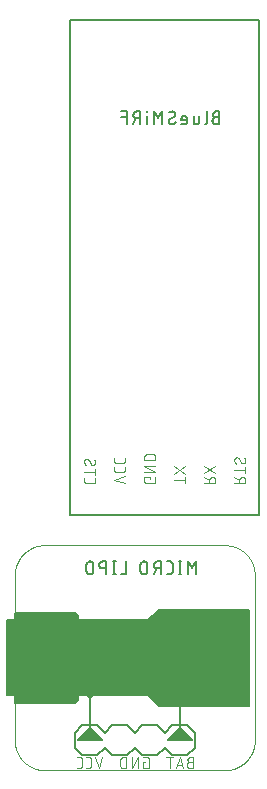
<source format=gbo>
G75*
%MOIN*%
%OFA0B0*%
%FSLAX25Y25*%
%IPPOS*%
%LPD*%
%AMOC8*
5,1,8,0,0,1.08239X$1,22.5*
%
%ADD10C,0.00000*%
%ADD11C,0.00800*%
%ADD12C,0.00600*%
%ADD13C,0.00300*%
D10*
X0090299Y0117728D02*
X0150299Y0117728D01*
X0150541Y0117731D01*
X0150782Y0117740D01*
X0151023Y0117754D01*
X0151264Y0117775D01*
X0151504Y0117801D01*
X0151744Y0117833D01*
X0151983Y0117871D01*
X0152220Y0117914D01*
X0152457Y0117964D01*
X0152692Y0118019D01*
X0152926Y0118079D01*
X0153158Y0118146D01*
X0153389Y0118217D01*
X0153618Y0118295D01*
X0153845Y0118378D01*
X0154070Y0118466D01*
X0154293Y0118560D01*
X0154513Y0118659D01*
X0154731Y0118764D01*
X0154946Y0118873D01*
X0155159Y0118988D01*
X0155369Y0119108D01*
X0155575Y0119233D01*
X0155779Y0119363D01*
X0155980Y0119498D01*
X0156177Y0119638D01*
X0156371Y0119782D01*
X0156561Y0119931D01*
X0156747Y0120085D01*
X0156930Y0120243D01*
X0157109Y0120405D01*
X0157284Y0120572D01*
X0157455Y0120743D01*
X0157622Y0120918D01*
X0157784Y0121097D01*
X0157942Y0121280D01*
X0158096Y0121466D01*
X0158245Y0121656D01*
X0158389Y0121850D01*
X0158529Y0122047D01*
X0158664Y0122248D01*
X0158794Y0122452D01*
X0158919Y0122658D01*
X0159039Y0122868D01*
X0159154Y0123081D01*
X0159263Y0123296D01*
X0159368Y0123514D01*
X0159467Y0123734D01*
X0159561Y0123957D01*
X0159649Y0124182D01*
X0159732Y0124409D01*
X0159810Y0124638D01*
X0159881Y0124869D01*
X0159948Y0125101D01*
X0160008Y0125335D01*
X0160063Y0125570D01*
X0160113Y0125807D01*
X0160156Y0126044D01*
X0160194Y0126283D01*
X0160226Y0126523D01*
X0160252Y0126763D01*
X0160273Y0127004D01*
X0160287Y0127245D01*
X0160296Y0127486D01*
X0160299Y0127728D01*
X0160299Y0182728D01*
X0160296Y0182970D01*
X0160287Y0183211D01*
X0160273Y0183452D01*
X0160252Y0183693D01*
X0160226Y0183933D01*
X0160194Y0184173D01*
X0160156Y0184412D01*
X0160113Y0184649D01*
X0160063Y0184886D01*
X0160008Y0185121D01*
X0159948Y0185355D01*
X0159881Y0185587D01*
X0159810Y0185818D01*
X0159732Y0186047D01*
X0159649Y0186274D01*
X0159561Y0186499D01*
X0159467Y0186722D01*
X0159368Y0186942D01*
X0159263Y0187160D01*
X0159154Y0187375D01*
X0159039Y0187588D01*
X0158919Y0187798D01*
X0158794Y0188004D01*
X0158664Y0188208D01*
X0158529Y0188409D01*
X0158389Y0188606D01*
X0158245Y0188800D01*
X0158096Y0188990D01*
X0157942Y0189176D01*
X0157784Y0189359D01*
X0157622Y0189538D01*
X0157455Y0189713D01*
X0157284Y0189884D01*
X0157109Y0190051D01*
X0156930Y0190213D01*
X0156747Y0190371D01*
X0156561Y0190525D01*
X0156371Y0190674D01*
X0156177Y0190818D01*
X0155980Y0190958D01*
X0155779Y0191093D01*
X0155575Y0191223D01*
X0155369Y0191348D01*
X0155159Y0191468D01*
X0154946Y0191583D01*
X0154731Y0191692D01*
X0154513Y0191797D01*
X0154293Y0191896D01*
X0154070Y0191990D01*
X0153845Y0192078D01*
X0153618Y0192161D01*
X0153389Y0192239D01*
X0153158Y0192310D01*
X0152926Y0192377D01*
X0152692Y0192437D01*
X0152457Y0192492D01*
X0152220Y0192542D01*
X0151983Y0192585D01*
X0151744Y0192623D01*
X0151504Y0192655D01*
X0151264Y0192681D01*
X0151023Y0192702D01*
X0150782Y0192716D01*
X0150541Y0192725D01*
X0150299Y0192728D01*
X0090299Y0192728D01*
X0090057Y0192725D01*
X0089816Y0192716D01*
X0089575Y0192702D01*
X0089334Y0192681D01*
X0089094Y0192655D01*
X0088854Y0192623D01*
X0088615Y0192585D01*
X0088378Y0192542D01*
X0088141Y0192492D01*
X0087906Y0192437D01*
X0087672Y0192377D01*
X0087440Y0192310D01*
X0087209Y0192239D01*
X0086980Y0192161D01*
X0086753Y0192078D01*
X0086528Y0191990D01*
X0086305Y0191896D01*
X0086085Y0191797D01*
X0085867Y0191692D01*
X0085652Y0191583D01*
X0085439Y0191468D01*
X0085229Y0191348D01*
X0085023Y0191223D01*
X0084819Y0191093D01*
X0084618Y0190958D01*
X0084421Y0190818D01*
X0084227Y0190674D01*
X0084037Y0190525D01*
X0083851Y0190371D01*
X0083668Y0190213D01*
X0083489Y0190051D01*
X0083314Y0189884D01*
X0083143Y0189713D01*
X0082976Y0189538D01*
X0082814Y0189359D01*
X0082656Y0189176D01*
X0082502Y0188990D01*
X0082353Y0188800D01*
X0082209Y0188606D01*
X0082069Y0188409D01*
X0081934Y0188208D01*
X0081804Y0188004D01*
X0081679Y0187798D01*
X0081559Y0187588D01*
X0081444Y0187375D01*
X0081335Y0187160D01*
X0081230Y0186942D01*
X0081131Y0186722D01*
X0081037Y0186499D01*
X0080949Y0186274D01*
X0080866Y0186047D01*
X0080788Y0185818D01*
X0080717Y0185587D01*
X0080650Y0185355D01*
X0080590Y0185121D01*
X0080535Y0184886D01*
X0080485Y0184649D01*
X0080442Y0184412D01*
X0080404Y0184173D01*
X0080372Y0183933D01*
X0080346Y0183693D01*
X0080325Y0183452D01*
X0080311Y0183211D01*
X0080302Y0182970D01*
X0080299Y0182728D01*
X0080299Y0127728D01*
X0080302Y0127486D01*
X0080311Y0127245D01*
X0080325Y0127004D01*
X0080346Y0126763D01*
X0080372Y0126523D01*
X0080404Y0126283D01*
X0080442Y0126044D01*
X0080485Y0125807D01*
X0080535Y0125570D01*
X0080590Y0125335D01*
X0080650Y0125101D01*
X0080717Y0124869D01*
X0080788Y0124638D01*
X0080866Y0124409D01*
X0080949Y0124182D01*
X0081037Y0123957D01*
X0081131Y0123734D01*
X0081230Y0123514D01*
X0081335Y0123296D01*
X0081444Y0123081D01*
X0081559Y0122868D01*
X0081679Y0122658D01*
X0081804Y0122452D01*
X0081934Y0122248D01*
X0082069Y0122047D01*
X0082209Y0121850D01*
X0082353Y0121656D01*
X0082502Y0121466D01*
X0082656Y0121280D01*
X0082814Y0121097D01*
X0082976Y0120918D01*
X0083143Y0120743D01*
X0083314Y0120572D01*
X0083489Y0120405D01*
X0083668Y0120243D01*
X0083851Y0120085D01*
X0084037Y0119931D01*
X0084227Y0119782D01*
X0084421Y0119638D01*
X0084618Y0119498D01*
X0084819Y0119363D01*
X0085023Y0119233D01*
X0085229Y0119108D01*
X0085439Y0118988D01*
X0085652Y0118873D01*
X0085867Y0118764D01*
X0086085Y0118659D01*
X0086305Y0118560D01*
X0086528Y0118466D01*
X0086753Y0118378D01*
X0086980Y0118295D01*
X0087209Y0118217D01*
X0087440Y0118146D01*
X0087672Y0118079D01*
X0087906Y0118019D01*
X0088141Y0117964D01*
X0088378Y0117914D01*
X0088615Y0117871D01*
X0088854Y0117833D01*
X0089094Y0117801D01*
X0089334Y0117775D01*
X0089575Y0117754D01*
X0089816Y0117740D01*
X0090057Y0117731D01*
X0090299Y0117728D01*
D11*
X0100299Y0125228D02*
X0100299Y0130228D01*
X0102799Y0132728D01*
X0107799Y0132728D01*
X0110299Y0130228D01*
X0112799Y0132728D01*
X0117799Y0132728D01*
X0120299Y0130228D01*
X0122799Y0132728D01*
X0127799Y0132728D01*
X0130299Y0130228D01*
X0132799Y0132728D01*
X0137799Y0132728D01*
X0140299Y0130228D01*
X0140299Y0125228D01*
X0137799Y0122728D01*
X0132799Y0122728D01*
X0130299Y0125228D01*
X0127799Y0122728D01*
X0122799Y0122728D01*
X0120299Y0125228D01*
X0117799Y0122728D01*
X0112799Y0122728D01*
X0110299Y0125228D01*
X0107799Y0122728D01*
X0102799Y0122728D01*
X0100299Y0125228D01*
X0110783Y0183128D02*
X0110783Y0187328D01*
X0109616Y0187328D01*
X0109616Y0187329D02*
X0109549Y0187327D01*
X0109483Y0187321D01*
X0109417Y0187312D01*
X0109352Y0187299D01*
X0109287Y0187282D01*
X0109224Y0187261D01*
X0109162Y0187237D01*
X0109101Y0187209D01*
X0109042Y0187178D01*
X0108985Y0187144D01*
X0108930Y0187106D01*
X0108877Y0187065D01*
X0108827Y0187022D01*
X0108779Y0186975D01*
X0108734Y0186926D01*
X0108692Y0186875D01*
X0108653Y0186821D01*
X0108617Y0186765D01*
X0108584Y0186707D01*
X0108554Y0186647D01*
X0108529Y0186585D01*
X0108506Y0186523D01*
X0108487Y0186459D01*
X0108472Y0186394D01*
X0108461Y0186328D01*
X0108453Y0186262D01*
X0108449Y0186195D01*
X0108449Y0186129D01*
X0108453Y0186062D01*
X0108461Y0185996D01*
X0108472Y0185930D01*
X0108487Y0185865D01*
X0108506Y0185801D01*
X0108529Y0185739D01*
X0108554Y0185677D01*
X0108584Y0185617D01*
X0108617Y0185559D01*
X0108653Y0185503D01*
X0108692Y0185449D01*
X0108734Y0185398D01*
X0108779Y0185349D01*
X0108827Y0185302D01*
X0108877Y0185259D01*
X0108930Y0185218D01*
X0108985Y0185180D01*
X0109042Y0185146D01*
X0109101Y0185115D01*
X0109162Y0185087D01*
X0109224Y0185063D01*
X0109287Y0185042D01*
X0109352Y0185025D01*
X0109417Y0185012D01*
X0109483Y0185003D01*
X0109549Y0184997D01*
X0109616Y0184995D01*
X0110783Y0184995D01*
X0112999Y0183128D02*
X0113933Y0183128D01*
X0113466Y0183128D02*
X0113466Y0187328D01*
X0113933Y0187328D02*
X0112999Y0187328D01*
X0117469Y0187328D02*
X0117469Y0183128D01*
X0115603Y0183128D01*
X0122199Y0184295D02*
X0122199Y0186162D01*
X0122201Y0186229D01*
X0122207Y0186295D01*
X0122216Y0186361D01*
X0122229Y0186426D01*
X0122246Y0186491D01*
X0122267Y0186554D01*
X0122291Y0186616D01*
X0122319Y0186677D01*
X0122350Y0186736D01*
X0122384Y0186793D01*
X0122422Y0186848D01*
X0122463Y0186901D01*
X0122506Y0186951D01*
X0122553Y0186999D01*
X0122602Y0187044D01*
X0122653Y0187086D01*
X0122707Y0187125D01*
X0122763Y0187161D01*
X0122821Y0187194D01*
X0122881Y0187224D01*
X0122943Y0187249D01*
X0123005Y0187272D01*
X0123069Y0187291D01*
X0123134Y0187306D01*
X0123200Y0187317D01*
X0123266Y0187325D01*
X0123333Y0187329D01*
X0123399Y0187329D01*
X0123466Y0187325D01*
X0123532Y0187317D01*
X0123598Y0187306D01*
X0123663Y0187291D01*
X0123727Y0187272D01*
X0123789Y0187249D01*
X0123851Y0187224D01*
X0123911Y0187194D01*
X0123969Y0187161D01*
X0124025Y0187125D01*
X0124079Y0187086D01*
X0124130Y0187044D01*
X0124179Y0186999D01*
X0124226Y0186951D01*
X0124269Y0186901D01*
X0124310Y0186848D01*
X0124348Y0186793D01*
X0124382Y0186736D01*
X0124413Y0186677D01*
X0124441Y0186616D01*
X0124465Y0186554D01*
X0124486Y0186491D01*
X0124503Y0186426D01*
X0124516Y0186361D01*
X0124525Y0186295D01*
X0124531Y0186229D01*
X0124533Y0186162D01*
X0124532Y0186162D02*
X0124532Y0184295D01*
X0124533Y0184295D02*
X0124531Y0184228D01*
X0124525Y0184162D01*
X0124516Y0184096D01*
X0124503Y0184031D01*
X0124486Y0183966D01*
X0124465Y0183903D01*
X0124441Y0183841D01*
X0124413Y0183780D01*
X0124382Y0183721D01*
X0124348Y0183664D01*
X0124310Y0183609D01*
X0124269Y0183556D01*
X0124226Y0183506D01*
X0124179Y0183458D01*
X0124130Y0183413D01*
X0124079Y0183371D01*
X0124025Y0183332D01*
X0123969Y0183296D01*
X0123911Y0183263D01*
X0123851Y0183233D01*
X0123789Y0183208D01*
X0123727Y0183185D01*
X0123663Y0183166D01*
X0123598Y0183151D01*
X0123532Y0183140D01*
X0123466Y0183132D01*
X0123399Y0183128D01*
X0123333Y0183128D01*
X0123266Y0183132D01*
X0123200Y0183140D01*
X0123134Y0183151D01*
X0123069Y0183166D01*
X0123005Y0183185D01*
X0122943Y0183208D01*
X0122881Y0183233D01*
X0122821Y0183263D01*
X0122763Y0183296D01*
X0122707Y0183332D01*
X0122653Y0183371D01*
X0122602Y0183413D01*
X0122553Y0183458D01*
X0122506Y0183506D01*
X0122463Y0183556D01*
X0122422Y0183609D01*
X0122384Y0183664D01*
X0122350Y0183721D01*
X0122319Y0183780D01*
X0122291Y0183841D01*
X0122267Y0183903D01*
X0122246Y0183966D01*
X0122229Y0184031D01*
X0122216Y0184096D01*
X0122207Y0184162D01*
X0122201Y0184228D01*
X0122199Y0184295D01*
X0126656Y0183128D02*
X0127589Y0184995D01*
X0127822Y0184995D02*
X0128989Y0184995D01*
X0127822Y0184995D02*
X0127755Y0184997D01*
X0127689Y0185003D01*
X0127623Y0185012D01*
X0127558Y0185025D01*
X0127493Y0185042D01*
X0127430Y0185063D01*
X0127368Y0185087D01*
X0127307Y0185115D01*
X0127248Y0185146D01*
X0127191Y0185180D01*
X0127136Y0185218D01*
X0127083Y0185259D01*
X0127033Y0185302D01*
X0126985Y0185349D01*
X0126940Y0185398D01*
X0126898Y0185449D01*
X0126859Y0185503D01*
X0126823Y0185559D01*
X0126790Y0185617D01*
X0126760Y0185677D01*
X0126735Y0185739D01*
X0126712Y0185801D01*
X0126693Y0185865D01*
X0126678Y0185930D01*
X0126667Y0185996D01*
X0126659Y0186062D01*
X0126655Y0186129D01*
X0126655Y0186195D01*
X0126659Y0186262D01*
X0126667Y0186328D01*
X0126678Y0186394D01*
X0126693Y0186459D01*
X0126712Y0186523D01*
X0126735Y0186585D01*
X0126760Y0186647D01*
X0126790Y0186707D01*
X0126823Y0186765D01*
X0126859Y0186821D01*
X0126898Y0186875D01*
X0126940Y0186926D01*
X0126985Y0186975D01*
X0127033Y0187022D01*
X0127083Y0187065D01*
X0127136Y0187106D01*
X0127191Y0187144D01*
X0127248Y0187178D01*
X0127307Y0187209D01*
X0127368Y0187237D01*
X0127430Y0187261D01*
X0127493Y0187282D01*
X0127558Y0187299D01*
X0127623Y0187312D01*
X0127689Y0187321D01*
X0127755Y0187327D01*
X0127822Y0187329D01*
X0127822Y0187328D02*
X0128989Y0187328D01*
X0128989Y0183128D01*
X0131085Y0183128D02*
X0132019Y0183128D01*
X0132019Y0183129D02*
X0132078Y0183131D01*
X0132136Y0183136D01*
X0132194Y0183146D01*
X0132251Y0183158D01*
X0132307Y0183175D01*
X0132362Y0183195D01*
X0132416Y0183218D01*
X0132468Y0183244D01*
X0132519Y0183274D01*
X0132567Y0183307D01*
X0132614Y0183343D01*
X0132658Y0183382D01*
X0132699Y0183423D01*
X0132738Y0183467D01*
X0132774Y0183514D01*
X0132807Y0183562D01*
X0132837Y0183613D01*
X0132863Y0183665D01*
X0132886Y0183719D01*
X0132906Y0183774D01*
X0132923Y0183830D01*
X0132935Y0183887D01*
X0132945Y0183945D01*
X0132950Y0184003D01*
X0132952Y0184062D01*
X0132952Y0186395D01*
X0132950Y0186456D01*
X0132944Y0186517D01*
X0132934Y0186577D01*
X0132920Y0186636D01*
X0132902Y0186695D01*
X0132881Y0186752D01*
X0132856Y0186808D01*
X0132827Y0186861D01*
X0132795Y0186913D01*
X0132759Y0186963D01*
X0132720Y0187010D01*
X0132679Y0187055D01*
X0132634Y0187096D01*
X0132587Y0187135D01*
X0132537Y0187171D01*
X0132486Y0187203D01*
X0132432Y0187232D01*
X0132376Y0187257D01*
X0132319Y0187278D01*
X0132260Y0187296D01*
X0132201Y0187310D01*
X0132141Y0187320D01*
X0132080Y0187326D01*
X0132019Y0187328D01*
X0131085Y0187328D01*
X0134899Y0187328D02*
X0135832Y0187328D01*
X0135366Y0187328D02*
X0135366Y0183128D01*
X0135832Y0183128D02*
X0134899Y0183128D01*
X0138016Y0183128D02*
X0138016Y0187328D01*
X0139416Y0184995D01*
X0140816Y0187328D01*
X0140816Y0183128D01*
X0161799Y0202728D02*
X0098799Y0202728D01*
X0098799Y0367728D01*
X0161799Y0367728D01*
X0161799Y0202728D01*
X0106533Y0186162D02*
X0106533Y0184295D01*
X0106531Y0184228D01*
X0106525Y0184162D01*
X0106516Y0184096D01*
X0106503Y0184031D01*
X0106486Y0183966D01*
X0106465Y0183903D01*
X0106441Y0183841D01*
X0106413Y0183780D01*
X0106382Y0183721D01*
X0106348Y0183664D01*
X0106310Y0183609D01*
X0106269Y0183556D01*
X0106226Y0183506D01*
X0106179Y0183458D01*
X0106130Y0183413D01*
X0106079Y0183371D01*
X0106025Y0183332D01*
X0105969Y0183296D01*
X0105911Y0183263D01*
X0105851Y0183233D01*
X0105789Y0183208D01*
X0105727Y0183185D01*
X0105663Y0183166D01*
X0105598Y0183151D01*
X0105532Y0183140D01*
X0105466Y0183132D01*
X0105399Y0183128D01*
X0105333Y0183128D01*
X0105266Y0183132D01*
X0105200Y0183140D01*
X0105134Y0183151D01*
X0105069Y0183166D01*
X0105005Y0183185D01*
X0104943Y0183208D01*
X0104881Y0183233D01*
X0104821Y0183263D01*
X0104763Y0183296D01*
X0104707Y0183332D01*
X0104653Y0183371D01*
X0104602Y0183413D01*
X0104553Y0183458D01*
X0104506Y0183506D01*
X0104463Y0183556D01*
X0104422Y0183609D01*
X0104384Y0183664D01*
X0104350Y0183721D01*
X0104319Y0183780D01*
X0104291Y0183841D01*
X0104267Y0183903D01*
X0104246Y0183966D01*
X0104229Y0184031D01*
X0104216Y0184096D01*
X0104207Y0184162D01*
X0104201Y0184228D01*
X0104199Y0184295D01*
X0104199Y0186162D01*
X0104201Y0186229D01*
X0104207Y0186295D01*
X0104216Y0186361D01*
X0104229Y0186426D01*
X0104246Y0186491D01*
X0104267Y0186554D01*
X0104291Y0186616D01*
X0104319Y0186677D01*
X0104350Y0186736D01*
X0104384Y0186793D01*
X0104422Y0186848D01*
X0104463Y0186901D01*
X0104506Y0186951D01*
X0104553Y0186999D01*
X0104602Y0187044D01*
X0104653Y0187086D01*
X0104707Y0187125D01*
X0104763Y0187161D01*
X0104821Y0187194D01*
X0104881Y0187224D01*
X0104943Y0187249D01*
X0105005Y0187272D01*
X0105069Y0187291D01*
X0105134Y0187306D01*
X0105200Y0187317D01*
X0105266Y0187325D01*
X0105333Y0187329D01*
X0105399Y0187329D01*
X0105466Y0187325D01*
X0105532Y0187317D01*
X0105598Y0187306D01*
X0105663Y0187291D01*
X0105727Y0187272D01*
X0105789Y0187249D01*
X0105851Y0187224D01*
X0105911Y0187194D01*
X0105969Y0187161D01*
X0106025Y0187125D01*
X0106079Y0187086D01*
X0106130Y0187044D01*
X0106179Y0186999D01*
X0106226Y0186951D01*
X0106269Y0186901D01*
X0106310Y0186848D01*
X0106348Y0186793D01*
X0106382Y0186736D01*
X0106413Y0186677D01*
X0106441Y0186616D01*
X0106465Y0186554D01*
X0106486Y0186491D01*
X0106503Y0186426D01*
X0106516Y0186361D01*
X0106525Y0186295D01*
X0106531Y0186229D01*
X0106533Y0186162D01*
X0117566Y0333128D02*
X0117566Y0337328D01*
X0115699Y0337328D01*
X0115699Y0335462D02*
X0117566Y0335462D01*
X0120786Y0334995D02*
X0119852Y0333128D01*
X0121019Y0334995D02*
X0122186Y0334995D01*
X0121019Y0334995D02*
X0120952Y0334997D01*
X0120886Y0335003D01*
X0120820Y0335012D01*
X0120755Y0335025D01*
X0120690Y0335042D01*
X0120627Y0335063D01*
X0120565Y0335087D01*
X0120504Y0335115D01*
X0120445Y0335146D01*
X0120388Y0335180D01*
X0120333Y0335218D01*
X0120280Y0335259D01*
X0120230Y0335302D01*
X0120182Y0335349D01*
X0120137Y0335398D01*
X0120095Y0335449D01*
X0120056Y0335503D01*
X0120020Y0335559D01*
X0119987Y0335617D01*
X0119957Y0335677D01*
X0119932Y0335739D01*
X0119909Y0335801D01*
X0119890Y0335865D01*
X0119875Y0335930D01*
X0119864Y0335996D01*
X0119856Y0336062D01*
X0119852Y0336129D01*
X0119852Y0336195D01*
X0119856Y0336262D01*
X0119864Y0336328D01*
X0119875Y0336394D01*
X0119890Y0336459D01*
X0119909Y0336523D01*
X0119932Y0336585D01*
X0119957Y0336647D01*
X0119987Y0336707D01*
X0120020Y0336765D01*
X0120056Y0336821D01*
X0120095Y0336875D01*
X0120137Y0336926D01*
X0120182Y0336975D01*
X0120230Y0337022D01*
X0120280Y0337065D01*
X0120333Y0337106D01*
X0120388Y0337144D01*
X0120445Y0337178D01*
X0120504Y0337209D01*
X0120565Y0337237D01*
X0120627Y0337261D01*
X0120690Y0337282D01*
X0120755Y0337299D01*
X0120820Y0337312D01*
X0120886Y0337321D01*
X0120952Y0337327D01*
X0121019Y0337329D01*
X0121019Y0337328D02*
X0122186Y0337328D01*
X0122186Y0333128D01*
X0124363Y0333128D02*
X0124363Y0335928D01*
X0124246Y0337095D02*
X0124479Y0337095D01*
X0124479Y0337328D01*
X0124246Y0337328D01*
X0124246Y0337095D01*
X0126563Y0337328D02*
X0126563Y0333128D01*
X0127963Y0334995D02*
X0126563Y0337328D01*
X0127963Y0334995D02*
X0129363Y0337328D01*
X0129363Y0333128D01*
X0132063Y0334878D02*
X0133346Y0335578D01*
X0132879Y0337328D02*
X0132799Y0337326D01*
X0132718Y0337321D01*
X0132638Y0337311D01*
X0132559Y0337299D01*
X0132480Y0337282D01*
X0132402Y0337262D01*
X0132326Y0337238D01*
X0132250Y0337211D01*
X0132176Y0337180D01*
X0132103Y0337146D01*
X0132031Y0337109D01*
X0131962Y0337068D01*
X0131894Y0337025D01*
X0131829Y0336978D01*
X0133346Y0335578D02*
X0133395Y0335609D01*
X0133442Y0335643D01*
X0133487Y0335680D01*
X0133530Y0335719D01*
X0133570Y0335761D01*
X0133607Y0335805D01*
X0133642Y0335851D01*
X0133673Y0335900D01*
X0133702Y0335950D01*
X0133728Y0336002D01*
X0133750Y0336055D01*
X0133769Y0336110D01*
X0133785Y0336166D01*
X0133797Y0336222D01*
X0133806Y0336279D01*
X0133811Y0336337D01*
X0133813Y0336395D01*
X0133812Y0336395D02*
X0133810Y0336454D01*
X0133805Y0336512D01*
X0133795Y0336570D01*
X0133783Y0336627D01*
X0133766Y0336683D01*
X0133746Y0336738D01*
X0133723Y0336792D01*
X0133697Y0336844D01*
X0133667Y0336895D01*
X0133634Y0336943D01*
X0133598Y0336990D01*
X0133559Y0337034D01*
X0133518Y0337075D01*
X0133474Y0337114D01*
X0133427Y0337150D01*
X0133379Y0337183D01*
X0133328Y0337213D01*
X0133276Y0337239D01*
X0133222Y0337262D01*
X0133167Y0337282D01*
X0133111Y0337299D01*
X0133054Y0337311D01*
X0132996Y0337321D01*
X0132938Y0337326D01*
X0132879Y0337328D01*
X0133929Y0333711D02*
X0133867Y0333651D01*
X0133802Y0333594D01*
X0133735Y0333540D01*
X0133665Y0333488D01*
X0133594Y0333440D01*
X0133520Y0333395D01*
X0133444Y0333353D01*
X0133367Y0333315D01*
X0133287Y0333280D01*
X0133207Y0333248D01*
X0133125Y0333220D01*
X0133042Y0333196D01*
X0132958Y0333175D01*
X0132873Y0333158D01*
X0132788Y0333145D01*
X0132702Y0333136D01*
X0132615Y0333130D01*
X0132529Y0333128D01*
X0132529Y0333129D02*
X0132470Y0333131D01*
X0132412Y0333136D01*
X0132354Y0333146D01*
X0132297Y0333158D01*
X0132241Y0333175D01*
X0132186Y0333195D01*
X0132132Y0333218D01*
X0132080Y0333244D01*
X0132029Y0333274D01*
X0131981Y0333307D01*
X0131934Y0333343D01*
X0131890Y0333382D01*
X0131849Y0333423D01*
X0131810Y0333467D01*
X0131774Y0333514D01*
X0131741Y0333562D01*
X0131711Y0333613D01*
X0131685Y0333665D01*
X0131662Y0333719D01*
X0131642Y0333774D01*
X0131625Y0333830D01*
X0131613Y0333887D01*
X0131603Y0333945D01*
X0131598Y0334003D01*
X0131596Y0334062D01*
X0131598Y0334120D01*
X0131603Y0334178D01*
X0131612Y0334235D01*
X0131624Y0334291D01*
X0131640Y0334347D01*
X0131659Y0334402D01*
X0131681Y0334455D01*
X0131707Y0334507D01*
X0131736Y0334557D01*
X0131767Y0334606D01*
X0131802Y0334652D01*
X0131839Y0334696D01*
X0131879Y0334738D01*
X0131922Y0334777D01*
X0131967Y0334814D01*
X0132014Y0334848D01*
X0132063Y0334879D01*
X0135879Y0334995D02*
X0135879Y0334528D01*
X0137746Y0334528D01*
X0137746Y0334995D02*
X0137746Y0333828D01*
X0137744Y0333778D01*
X0137739Y0333728D01*
X0137730Y0333679D01*
X0137718Y0333631D01*
X0137702Y0333583D01*
X0137683Y0333537D01*
X0137660Y0333493D01*
X0137635Y0333450D01*
X0137606Y0333409D01*
X0137575Y0333370D01*
X0137541Y0333333D01*
X0137504Y0333299D01*
X0137465Y0333268D01*
X0137424Y0333239D01*
X0137381Y0333214D01*
X0137337Y0333191D01*
X0137291Y0333172D01*
X0137243Y0333156D01*
X0137195Y0333144D01*
X0137146Y0333135D01*
X0137096Y0333130D01*
X0137046Y0333128D01*
X0135879Y0333128D01*
X0135880Y0334995D02*
X0135882Y0335055D01*
X0135888Y0335114D01*
X0135897Y0335173D01*
X0135911Y0335232D01*
X0135928Y0335289D01*
X0135948Y0335345D01*
X0135972Y0335400D01*
X0136000Y0335453D01*
X0136031Y0335504D01*
X0136065Y0335553D01*
X0136103Y0335600D01*
X0136143Y0335644D01*
X0136186Y0335686D01*
X0136231Y0335724D01*
X0136279Y0335760D01*
X0136329Y0335793D01*
X0136381Y0335822D01*
X0136435Y0335848D01*
X0136491Y0335871D01*
X0136548Y0335889D01*
X0136605Y0335905D01*
X0136664Y0335916D01*
X0136723Y0335924D01*
X0136783Y0335928D01*
X0136843Y0335928D01*
X0136903Y0335924D01*
X0136962Y0335916D01*
X0137021Y0335905D01*
X0137078Y0335889D01*
X0137135Y0335871D01*
X0137191Y0335848D01*
X0137245Y0335822D01*
X0137297Y0335793D01*
X0137347Y0335760D01*
X0137395Y0335724D01*
X0137440Y0335686D01*
X0137483Y0335644D01*
X0137523Y0335600D01*
X0137561Y0335553D01*
X0137595Y0335504D01*
X0137626Y0335453D01*
X0137654Y0335400D01*
X0137678Y0335345D01*
X0137698Y0335289D01*
X0137715Y0335232D01*
X0137729Y0335173D01*
X0137738Y0335114D01*
X0137744Y0335055D01*
X0137746Y0334995D01*
X0139929Y0335928D02*
X0139929Y0333128D01*
X0141096Y0333128D01*
X0141146Y0333130D01*
X0141196Y0333135D01*
X0141245Y0333144D01*
X0141293Y0333156D01*
X0141341Y0333172D01*
X0141387Y0333191D01*
X0141431Y0333214D01*
X0141474Y0333239D01*
X0141515Y0333268D01*
X0141554Y0333299D01*
X0141591Y0333333D01*
X0141625Y0333370D01*
X0141656Y0333409D01*
X0141685Y0333450D01*
X0141710Y0333493D01*
X0141733Y0333537D01*
X0141752Y0333583D01*
X0141768Y0333631D01*
X0141780Y0333679D01*
X0141789Y0333728D01*
X0141794Y0333778D01*
X0141796Y0333828D01*
X0141796Y0335928D01*
X0144332Y0333828D02*
X0144330Y0333778D01*
X0144325Y0333728D01*
X0144316Y0333679D01*
X0144304Y0333631D01*
X0144288Y0333583D01*
X0144269Y0333537D01*
X0144246Y0333493D01*
X0144221Y0333450D01*
X0144192Y0333409D01*
X0144161Y0333370D01*
X0144127Y0333333D01*
X0144090Y0333299D01*
X0144051Y0333268D01*
X0144010Y0333239D01*
X0143967Y0333214D01*
X0143923Y0333191D01*
X0143877Y0333172D01*
X0143829Y0333156D01*
X0143781Y0333144D01*
X0143732Y0333135D01*
X0143682Y0333130D01*
X0143632Y0333128D01*
X0144332Y0333828D02*
X0144332Y0337328D01*
X0147362Y0337328D02*
X0148529Y0337328D01*
X0148529Y0333128D01*
X0147362Y0333128D01*
X0147295Y0333130D01*
X0147229Y0333136D01*
X0147163Y0333145D01*
X0147098Y0333158D01*
X0147033Y0333175D01*
X0146970Y0333196D01*
X0146908Y0333220D01*
X0146847Y0333248D01*
X0146788Y0333279D01*
X0146731Y0333313D01*
X0146676Y0333351D01*
X0146623Y0333392D01*
X0146573Y0333435D01*
X0146525Y0333482D01*
X0146480Y0333531D01*
X0146438Y0333582D01*
X0146399Y0333636D01*
X0146363Y0333692D01*
X0146330Y0333750D01*
X0146300Y0333810D01*
X0146275Y0333872D01*
X0146252Y0333934D01*
X0146233Y0333998D01*
X0146218Y0334063D01*
X0146207Y0334129D01*
X0146199Y0334195D01*
X0146195Y0334262D01*
X0146195Y0334328D01*
X0146199Y0334395D01*
X0146207Y0334461D01*
X0146218Y0334527D01*
X0146233Y0334592D01*
X0146252Y0334656D01*
X0146275Y0334718D01*
X0146300Y0334780D01*
X0146330Y0334840D01*
X0146363Y0334898D01*
X0146399Y0334954D01*
X0146438Y0335008D01*
X0146480Y0335059D01*
X0146525Y0335108D01*
X0146573Y0335155D01*
X0146623Y0335198D01*
X0146676Y0335239D01*
X0146731Y0335277D01*
X0146788Y0335311D01*
X0146847Y0335342D01*
X0146908Y0335370D01*
X0146970Y0335394D01*
X0147033Y0335415D01*
X0147098Y0335432D01*
X0147163Y0335445D01*
X0147229Y0335454D01*
X0147295Y0335460D01*
X0147362Y0335462D01*
X0148529Y0335462D01*
X0147362Y0335462D02*
X0147302Y0335464D01*
X0147243Y0335470D01*
X0147184Y0335479D01*
X0147125Y0335493D01*
X0147068Y0335510D01*
X0147012Y0335530D01*
X0146957Y0335554D01*
X0146904Y0335582D01*
X0146853Y0335613D01*
X0146804Y0335647D01*
X0146757Y0335685D01*
X0146713Y0335725D01*
X0146671Y0335768D01*
X0146633Y0335813D01*
X0146597Y0335861D01*
X0146564Y0335911D01*
X0146535Y0335963D01*
X0146509Y0336017D01*
X0146486Y0336073D01*
X0146468Y0336130D01*
X0146452Y0336187D01*
X0146441Y0336246D01*
X0146433Y0336305D01*
X0146429Y0336365D01*
X0146429Y0336425D01*
X0146433Y0336485D01*
X0146441Y0336544D01*
X0146452Y0336603D01*
X0146468Y0336660D01*
X0146486Y0336717D01*
X0146509Y0336773D01*
X0146535Y0336827D01*
X0146564Y0336879D01*
X0146597Y0336929D01*
X0146633Y0336977D01*
X0146671Y0337022D01*
X0146713Y0337065D01*
X0146757Y0337105D01*
X0146804Y0337143D01*
X0146853Y0337177D01*
X0146904Y0337208D01*
X0146957Y0337236D01*
X0147012Y0337260D01*
X0147068Y0337280D01*
X0147125Y0337297D01*
X0147184Y0337311D01*
X0147243Y0337320D01*
X0147302Y0337326D01*
X0147362Y0337328D01*
D12*
X0158299Y0171228D02*
X0128299Y0171228D01*
X0124799Y0167728D01*
X0101299Y0167728D01*
X0080299Y0167728D01*
X0080299Y0142728D01*
X0077799Y0142728D01*
X0077799Y0167728D01*
X0080299Y0167728D01*
X0100299Y0167728D01*
X0101299Y0168728D01*
X0101299Y0169228D01*
X0101299Y0141228D01*
X0100299Y0140228D01*
X0080299Y0140228D01*
X0080299Y0170228D01*
X0100299Y0170228D01*
X0101299Y0169228D01*
X0101299Y0167728D01*
X0080299Y0142728D01*
X0124799Y0142728D01*
X0128299Y0139228D01*
X0158299Y0139228D01*
X0158299Y0171228D01*
X0158299Y0170766D02*
X0127837Y0170766D01*
X0127238Y0170168D02*
X0158299Y0170168D01*
X0158299Y0169569D02*
X0126640Y0169569D01*
X0126041Y0168970D02*
X0158299Y0168970D01*
X0158299Y0168372D02*
X0125443Y0168372D01*
X0124844Y0167773D02*
X0158299Y0167773D01*
X0158299Y0167175D02*
X0100834Y0167175D01*
X0101299Y0167175D02*
X0080299Y0167175D01*
X0077799Y0167175D01*
X0077799Y0166576D02*
X0080299Y0166576D01*
X0101299Y0166576D01*
X0101299Y0165978D02*
X0080299Y0165978D01*
X0077799Y0165978D01*
X0077799Y0165379D02*
X0080299Y0165379D01*
X0101299Y0165379D01*
X0101299Y0164781D02*
X0080299Y0164781D01*
X0077799Y0164781D01*
X0077799Y0164182D02*
X0080299Y0164182D01*
X0101299Y0164182D01*
X0101299Y0163584D02*
X0080299Y0163584D01*
X0077799Y0163584D01*
X0077799Y0162985D02*
X0080299Y0162985D01*
X0101299Y0162985D01*
X0101299Y0162387D02*
X0080299Y0162387D01*
X0077799Y0162387D01*
X0077799Y0161788D02*
X0080299Y0161788D01*
X0101299Y0161788D01*
X0101299Y0161190D02*
X0080299Y0161190D01*
X0077799Y0161190D01*
X0077799Y0160591D02*
X0080299Y0160591D01*
X0101299Y0160591D01*
X0101299Y0159993D02*
X0080299Y0159993D01*
X0077799Y0159993D01*
X0077799Y0159394D02*
X0080299Y0159394D01*
X0101299Y0159394D01*
X0101299Y0158796D02*
X0080299Y0158796D01*
X0077799Y0158796D01*
X0077799Y0158197D02*
X0080299Y0158197D01*
X0101299Y0158197D01*
X0101299Y0157599D02*
X0080299Y0157599D01*
X0077799Y0157599D01*
X0077799Y0157000D02*
X0080299Y0157000D01*
X0101299Y0157000D01*
X0101299Y0156402D02*
X0080299Y0156402D01*
X0077799Y0156402D01*
X0077799Y0155803D02*
X0080299Y0155803D01*
X0101299Y0155803D01*
X0101299Y0155205D02*
X0080299Y0155205D01*
X0077799Y0155205D01*
X0077799Y0154606D02*
X0080299Y0154606D01*
X0101299Y0154606D01*
X0101299Y0154008D02*
X0080299Y0154008D01*
X0077799Y0154008D01*
X0077799Y0153409D02*
X0080299Y0153409D01*
X0101299Y0153409D01*
X0101299Y0152811D02*
X0080299Y0152811D01*
X0077799Y0152811D01*
X0077799Y0152212D02*
X0080299Y0152212D01*
X0101299Y0152212D01*
X0101299Y0151614D02*
X0080299Y0151614D01*
X0077799Y0151614D01*
X0077799Y0151015D02*
X0080299Y0151015D01*
X0101299Y0151015D01*
X0101299Y0150417D02*
X0080299Y0150417D01*
X0077799Y0150417D01*
X0077799Y0149818D02*
X0080299Y0149818D01*
X0101299Y0149818D01*
X0101299Y0149220D02*
X0080299Y0149220D01*
X0077799Y0149220D01*
X0077799Y0148621D02*
X0080299Y0148621D01*
X0101299Y0148621D01*
X0101299Y0148023D02*
X0080299Y0148023D01*
X0077799Y0148023D01*
X0077799Y0147424D02*
X0080299Y0147424D01*
X0101299Y0147424D01*
X0101299Y0146826D02*
X0080299Y0146826D01*
X0077799Y0146826D01*
X0077799Y0146227D02*
X0080299Y0146227D01*
X0101299Y0146227D01*
X0101299Y0145629D02*
X0080299Y0145629D01*
X0077799Y0145629D01*
X0077799Y0145030D02*
X0080299Y0145030D01*
X0101299Y0145030D01*
X0101299Y0144432D02*
X0080299Y0144432D01*
X0077799Y0144432D01*
X0077799Y0143833D02*
X0080299Y0143833D01*
X0101299Y0143833D01*
X0101299Y0143234D02*
X0080299Y0143234D01*
X0077799Y0143234D01*
X0080299Y0142636D02*
X0101299Y0142636D01*
X0101299Y0142037D02*
X0080299Y0142037D01*
X0080299Y0141439D02*
X0101299Y0141439D01*
X0100911Y0140840D02*
X0080299Y0140840D01*
X0080299Y0140242D02*
X0100313Y0140242D01*
X0103799Y0143228D02*
X0106799Y0143228D01*
X0105799Y0143228D01*
X0105299Y0142728D01*
X0105299Y0131728D01*
X0105299Y0143228D01*
X0106799Y0143228D01*
X0105299Y0141728D01*
X0103799Y0143228D01*
X0104392Y0142636D02*
X0105299Y0142636D01*
X0106207Y0142636D01*
X0105608Y0142037D02*
X0105299Y0142037D01*
X0104990Y0142037D01*
X0105299Y0131728D02*
X0101299Y0127728D01*
X0109299Y0127728D01*
X0105299Y0131728D01*
X0104835Y0131264D02*
X0105763Y0131264D01*
X0106362Y0130666D02*
X0104237Y0130666D01*
X0103638Y0130067D02*
X0106960Y0130067D01*
X0107559Y0129469D02*
X0103040Y0129469D01*
X0102441Y0128870D02*
X0108157Y0128870D01*
X0108756Y0128272D02*
X0101843Y0128272D01*
X0083238Y0146227D02*
X0158299Y0146227D01*
X0158299Y0145629D02*
X0082735Y0145629D01*
X0082233Y0145030D02*
X0158299Y0145030D01*
X0158299Y0144432D02*
X0081730Y0144432D01*
X0081227Y0143833D02*
X0158299Y0143833D01*
X0158299Y0143234D02*
X0080724Y0143234D01*
X0083741Y0146826D02*
X0158299Y0146826D01*
X0158299Y0147424D02*
X0084244Y0147424D01*
X0084746Y0148023D02*
X0158299Y0148023D01*
X0158299Y0148621D02*
X0085249Y0148621D01*
X0085752Y0149220D02*
X0158299Y0149220D01*
X0158299Y0149818D02*
X0086255Y0149818D01*
X0086757Y0150417D02*
X0158299Y0150417D01*
X0158299Y0151015D02*
X0087260Y0151015D01*
X0087763Y0151614D02*
X0158299Y0151614D01*
X0158299Y0152212D02*
X0088266Y0152212D01*
X0088768Y0152811D02*
X0158299Y0152811D01*
X0158299Y0153409D02*
X0089271Y0153409D01*
X0089774Y0154008D02*
X0158299Y0154008D01*
X0158299Y0154606D02*
X0090277Y0154606D01*
X0090779Y0155205D02*
X0158299Y0155205D01*
X0158299Y0155803D02*
X0091282Y0155803D01*
X0091785Y0156402D02*
X0158299Y0156402D01*
X0158299Y0157000D02*
X0092288Y0157000D01*
X0092790Y0157599D02*
X0158299Y0157599D01*
X0158299Y0158197D02*
X0093293Y0158197D01*
X0093796Y0158796D02*
X0158299Y0158796D01*
X0158299Y0159394D02*
X0094299Y0159394D01*
X0094801Y0159993D02*
X0158299Y0159993D01*
X0158299Y0160591D02*
X0095304Y0160591D01*
X0095807Y0161190D02*
X0158299Y0161190D01*
X0158299Y0161788D02*
X0096310Y0161788D01*
X0096812Y0162387D02*
X0158299Y0162387D01*
X0158299Y0162985D02*
X0097315Y0162985D01*
X0097818Y0163584D02*
X0158299Y0163584D01*
X0158299Y0164182D02*
X0098321Y0164182D01*
X0098823Y0164781D02*
X0158299Y0164781D01*
X0158299Y0165379D02*
X0099326Y0165379D01*
X0099829Y0165978D02*
X0158299Y0165978D01*
X0158299Y0166576D02*
X0100332Y0166576D01*
X0100344Y0167773D02*
X0080299Y0167773D01*
X0080299Y0168372D02*
X0100943Y0168372D01*
X0101299Y0168970D02*
X0080299Y0168970D01*
X0080299Y0169569D02*
X0100959Y0169569D01*
X0100360Y0170168D02*
X0080299Y0170168D01*
X0124892Y0142636D02*
X0158299Y0142636D01*
X0158299Y0142037D02*
X0125490Y0142037D01*
X0126089Y0141439D02*
X0158299Y0141439D01*
X0158299Y0140840D02*
X0126687Y0140840D01*
X0127286Y0140242D02*
X0158299Y0140242D01*
X0158299Y0139643D02*
X0127884Y0139643D01*
X0133799Y0142728D02*
X0137299Y0142728D01*
X0135299Y0140728D01*
X0135299Y0137728D01*
X0135299Y0142728D01*
X0135299Y0131728D01*
X0135299Y0141228D01*
X0133799Y0142728D01*
X0133892Y0142636D02*
X0135299Y0142636D01*
X0137207Y0142636D01*
X0136608Y0142037D02*
X0135299Y0142037D01*
X0134490Y0142037D01*
X0135089Y0141439D02*
X0135299Y0141439D01*
X0136010Y0141439D01*
X0135411Y0140840D02*
X0135299Y0140840D01*
X0135299Y0131728D02*
X0131299Y0127728D01*
X0139299Y0127728D01*
X0135299Y0131728D01*
X0134835Y0131264D02*
X0135763Y0131264D01*
X0136362Y0130666D02*
X0134237Y0130666D01*
X0133638Y0130067D02*
X0136960Y0130067D01*
X0137559Y0129469D02*
X0133040Y0129469D01*
X0132441Y0128870D02*
X0138157Y0128870D01*
X0138756Y0128272D02*
X0131843Y0128272D01*
D13*
X0131905Y0122078D02*
X0131905Y0118378D01*
X0134032Y0118378D02*
X0135265Y0122078D01*
X0136498Y0118378D01*
X0136190Y0119303D02*
X0134340Y0119303D01*
X0132933Y0122078D02*
X0130877Y0122078D01*
X0125167Y0121256D02*
X0125167Y0119201D01*
X0125165Y0119145D01*
X0125159Y0119089D01*
X0125150Y0119034D01*
X0125137Y0118979D01*
X0125120Y0118926D01*
X0125099Y0118874D01*
X0125075Y0118823D01*
X0125047Y0118774D01*
X0125017Y0118727D01*
X0124983Y0118682D01*
X0124946Y0118640D01*
X0124906Y0118600D01*
X0124864Y0118563D01*
X0124819Y0118529D01*
X0124772Y0118499D01*
X0124723Y0118471D01*
X0124672Y0118447D01*
X0124620Y0118426D01*
X0124567Y0118409D01*
X0124512Y0118396D01*
X0124457Y0118387D01*
X0124401Y0118381D01*
X0124345Y0118379D01*
X0124345Y0118378D02*
X0123111Y0118378D01*
X0123111Y0120434D01*
X0123728Y0120434D01*
X0125167Y0121256D02*
X0125165Y0121312D01*
X0125159Y0121368D01*
X0125150Y0121423D01*
X0125137Y0121478D01*
X0125120Y0121531D01*
X0125099Y0121583D01*
X0125075Y0121634D01*
X0125047Y0121683D01*
X0125017Y0121730D01*
X0124983Y0121775D01*
X0124946Y0121817D01*
X0124906Y0121857D01*
X0124864Y0121894D01*
X0124819Y0121928D01*
X0124772Y0121958D01*
X0124723Y0121986D01*
X0124672Y0122010D01*
X0124620Y0122031D01*
X0124567Y0122048D01*
X0124512Y0122061D01*
X0124457Y0122070D01*
X0124401Y0122076D01*
X0124345Y0122078D01*
X0123111Y0122078D01*
X0121327Y0122078D02*
X0119271Y0118378D01*
X0119271Y0122078D01*
X0117487Y0122078D02*
X0117487Y0118378D01*
X0116459Y0118378D01*
X0116397Y0118380D01*
X0116335Y0118385D01*
X0116274Y0118395D01*
X0116213Y0118408D01*
X0116153Y0118425D01*
X0116094Y0118445D01*
X0116037Y0118469D01*
X0115981Y0118496D01*
X0115927Y0118526D01*
X0115875Y0118560D01*
X0115825Y0118597D01*
X0115777Y0118637D01*
X0115732Y0118679D01*
X0115690Y0118724D01*
X0115650Y0118772D01*
X0115613Y0118822D01*
X0115579Y0118874D01*
X0115549Y0118928D01*
X0115522Y0118984D01*
X0115498Y0119041D01*
X0115478Y0119100D01*
X0115461Y0119160D01*
X0115448Y0119221D01*
X0115438Y0119282D01*
X0115433Y0119344D01*
X0115431Y0119406D01*
X0115431Y0121051D01*
X0115433Y0121113D01*
X0115438Y0121175D01*
X0115448Y0121236D01*
X0115461Y0121297D01*
X0115478Y0121357D01*
X0115498Y0121416D01*
X0115522Y0121473D01*
X0115549Y0121529D01*
X0115579Y0121583D01*
X0115613Y0121635D01*
X0115650Y0121685D01*
X0115690Y0121733D01*
X0115732Y0121778D01*
X0115777Y0121820D01*
X0115825Y0121860D01*
X0115875Y0121897D01*
X0115927Y0121931D01*
X0115981Y0121961D01*
X0116037Y0121988D01*
X0116094Y0122012D01*
X0116153Y0122032D01*
X0116213Y0122049D01*
X0116274Y0122062D01*
X0116335Y0122072D01*
X0116397Y0122077D01*
X0116459Y0122079D01*
X0116459Y0122078D02*
X0117487Y0122078D01*
X0121327Y0122078D02*
X0121327Y0118378D01*
X0109519Y0122078D02*
X0108286Y0118378D01*
X0107052Y0122078D01*
X0105724Y0121256D02*
X0105724Y0119201D01*
X0105722Y0119145D01*
X0105716Y0119089D01*
X0105707Y0119034D01*
X0105694Y0118979D01*
X0105677Y0118926D01*
X0105656Y0118874D01*
X0105632Y0118823D01*
X0105604Y0118774D01*
X0105574Y0118727D01*
X0105540Y0118682D01*
X0105503Y0118640D01*
X0105463Y0118600D01*
X0105421Y0118563D01*
X0105376Y0118529D01*
X0105329Y0118499D01*
X0105280Y0118471D01*
X0105229Y0118447D01*
X0105177Y0118426D01*
X0105124Y0118409D01*
X0105069Y0118396D01*
X0105014Y0118387D01*
X0104958Y0118381D01*
X0104902Y0118379D01*
X0104902Y0118378D02*
X0104079Y0118378D01*
X0102724Y0119201D02*
X0102724Y0121256D01*
X0102722Y0121312D01*
X0102716Y0121368D01*
X0102707Y0121423D01*
X0102694Y0121478D01*
X0102677Y0121531D01*
X0102656Y0121583D01*
X0102632Y0121634D01*
X0102604Y0121683D01*
X0102574Y0121730D01*
X0102540Y0121775D01*
X0102503Y0121817D01*
X0102463Y0121857D01*
X0102421Y0121894D01*
X0102376Y0121928D01*
X0102329Y0121958D01*
X0102280Y0121986D01*
X0102229Y0122010D01*
X0102177Y0122031D01*
X0102124Y0122048D01*
X0102069Y0122061D01*
X0102014Y0122070D01*
X0101958Y0122076D01*
X0101902Y0122078D01*
X0101079Y0122078D01*
X0102724Y0119201D02*
X0102722Y0119145D01*
X0102716Y0119089D01*
X0102707Y0119034D01*
X0102694Y0118979D01*
X0102677Y0118926D01*
X0102656Y0118874D01*
X0102632Y0118823D01*
X0102604Y0118774D01*
X0102574Y0118727D01*
X0102540Y0118682D01*
X0102503Y0118640D01*
X0102463Y0118600D01*
X0102421Y0118563D01*
X0102376Y0118529D01*
X0102329Y0118499D01*
X0102280Y0118471D01*
X0102229Y0118447D01*
X0102177Y0118426D01*
X0102124Y0118409D01*
X0102069Y0118396D01*
X0102014Y0118387D01*
X0101958Y0118381D01*
X0101902Y0118379D01*
X0101902Y0118378D02*
X0101079Y0118378D01*
X0104079Y0122078D02*
X0104902Y0122078D01*
X0104958Y0122076D01*
X0105014Y0122070D01*
X0105069Y0122061D01*
X0105124Y0122048D01*
X0105177Y0122031D01*
X0105229Y0122010D01*
X0105280Y0121986D01*
X0105329Y0121958D01*
X0105376Y0121928D01*
X0105421Y0121894D01*
X0105463Y0121857D01*
X0105503Y0121817D01*
X0105540Y0121775D01*
X0105574Y0121730D01*
X0105604Y0121683D01*
X0105632Y0121634D01*
X0105656Y0121583D01*
X0105677Y0121531D01*
X0105694Y0121478D01*
X0105707Y0121423D01*
X0105716Y0121368D01*
X0105722Y0121312D01*
X0105724Y0121256D01*
X0138693Y0122078D02*
X0138637Y0122076D01*
X0138581Y0122070D01*
X0138526Y0122061D01*
X0138471Y0122048D01*
X0138418Y0122031D01*
X0138366Y0122010D01*
X0138315Y0121986D01*
X0138266Y0121958D01*
X0138219Y0121928D01*
X0138174Y0121894D01*
X0138132Y0121857D01*
X0138092Y0121817D01*
X0138055Y0121775D01*
X0138021Y0121730D01*
X0137991Y0121683D01*
X0137963Y0121634D01*
X0137939Y0121583D01*
X0137918Y0121531D01*
X0137901Y0121478D01*
X0137888Y0121423D01*
X0137879Y0121368D01*
X0137873Y0121312D01*
X0137871Y0121256D01*
X0137873Y0121200D01*
X0137879Y0121144D01*
X0137888Y0121089D01*
X0137901Y0121034D01*
X0137918Y0120981D01*
X0137939Y0120929D01*
X0137963Y0120878D01*
X0137991Y0120829D01*
X0138021Y0120782D01*
X0138055Y0120737D01*
X0138092Y0120695D01*
X0138132Y0120655D01*
X0138174Y0120618D01*
X0138219Y0120584D01*
X0138266Y0120554D01*
X0138315Y0120526D01*
X0138366Y0120502D01*
X0138418Y0120481D01*
X0138471Y0120464D01*
X0138526Y0120451D01*
X0138581Y0120442D01*
X0138637Y0120436D01*
X0138693Y0120434D01*
X0139721Y0120434D01*
X0138693Y0120434D02*
X0138630Y0120432D01*
X0138567Y0120426D01*
X0138504Y0120416D01*
X0138442Y0120403D01*
X0138381Y0120386D01*
X0138322Y0120365D01*
X0138263Y0120340D01*
X0138207Y0120312D01*
X0138152Y0120280D01*
X0138099Y0120245D01*
X0138049Y0120207D01*
X0138000Y0120166D01*
X0137955Y0120122D01*
X0137912Y0120075D01*
X0137873Y0120026D01*
X0137836Y0119974D01*
X0137803Y0119920D01*
X0137773Y0119864D01*
X0137746Y0119807D01*
X0137723Y0119748D01*
X0137704Y0119687D01*
X0137689Y0119626D01*
X0137677Y0119564D01*
X0137669Y0119501D01*
X0137665Y0119438D01*
X0137665Y0119374D01*
X0137669Y0119311D01*
X0137677Y0119248D01*
X0137689Y0119186D01*
X0137704Y0119125D01*
X0137723Y0119064D01*
X0137746Y0119005D01*
X0137773Y0118948D01*
X0137803Y0118892D01*
X0137836Y0118838D01*
X0137873Y0118786D01*
X0137912Y0118737D01*
X0137955Y0118690D01*
X0138000Y0118646D01*
X0138049Y0118605D01*
X0138099Y0118567D01*
X0138152Y0118532D01*
X0138207Y0118500D01*
X0138263Y0118472D01*
X0138322Y0118447D01*
X0138381Y0118426D01*
X0138442Y0118409D01*
X0138504Y0118396D01*
X0138567Y0118386D01*
X0138630Y0118380D01*
X0138693Y0118378D01*
X0139721Y0118378D01*
X0139721Y0122078D01*
X0138693Y0122078D01*
X0137149Y0213378D02*
X0137149Y0215434D01*
X0137149Y0214406D02*
X0133449Y0214406D01*
X0133449Y0216533D02*
X0137149Y0218999D01*
X0137149Y0216533D02*
X0133449Y0218999D01*
X0127149Y0219274D02*
X0123449Y0219274D01*
X0127149Y0217218D01*
X0123449Y0217218D01*
X0123449Y0215434D02*
X0123449Y0214201D01*
X0123451Y0214145D01*
X0123457Y0214089D01*
X0123466Y0214034D01*
X0123479Y0213979D01*
X0123496Y0213926D01*
X0123517Y0213874D01*
X0123541Y0213823D01*
X0123569Y0213774D01*
X0123599Y0213727D01*
X0123633Y0213682D01*
X0123670Y0213640D01*
X0123710Y0213600D01*
X0123752Y0213563D01*
X0123797Y0213529D01*
X0123844Y0213499D01*
X0123893Y0213471D01*
X0123944Y0213447D01*
X0123996Y0213426D01*
X0124049Y0213409D01*
X0124104Y0213396D01*
X0124159Y0213387D01*
X0124215Y0213381D01*
X0124271Y0213379D01*
X0124271Y0213378D02*
X0126327Y0213378D01*
X0126327Y0213379D02*
X0126383Y0213381D01*
X0126439Y0213387D01*
X0126494Y0213396D01*
X0126549Y0213409D01*
X0126602Y0213426D01*
X0126654Y0213447D01*
X0126705Y0213471D01*
X0126754Y0213499D01*
X0126801Y0213529D01*
X0126846Y0213563D01*
X0126888Y0213600D01*
X0126928Y0213640D01*
X0126965Y0213682D01*
X0126999Y0213727D01*
X0127029Y0213774D01*
X0127057Y0213823D01*
X0127081Y0213874D01*
X0127102Y0213926D01*
X0127119Y0213979D01*
X0127132Y0214034D01*
X0127141Y0214089D01*
X0127147Y0214145D01*
X0127149Y0214201D01*
X0127149Y0215434D01*
X0125505Y0215434D02*
X0123449Y0215434D01*
X0125505Y0215434D02*
X0125505Y0214817D01*
X0127149Y0221058D02*
X0123449Y0221058D01*
X0123449Y0222086D01*
X0123451Y0222148D01*
X0123456Y0222210D01*
X0123466Y0222271D01*
X0123479Y0222332D01*
X0123496Y0222392D01*
X0123516Y0222451D01*
X0123540Y0222508D01*
X0123567Y0222564D01*
X0123597Y0222618D01*
X0123631Y0222670D01*
X0123668Y0222720D01*
X0123708Y0222768D01*
X0123750Y0222813D01*
X0123795Y0222855D01*
X0123843Y0222895D01*
X0123893Y0222932D01*
X0123945Y0222966D01*
X0123999Y0222996D01*
X0124055Y0223023D01*
X0124112Y0223047D01*
X0124171Y0223067D01*
X0124231Y0223084D01*
X0124292Y0223097D01*
X0124353Y0223107D01*
X0124415Y0223112D01*
X0124477Y0223114D01*
X0126121Y0223114D01*
X0126183Y0223112D01*
X0126245Y0223107D01*
X0126306Y0223097D01*
X0126367Y0223084D01*
X0126427Y0223067D01*
X0126486Y0223047D01*
X0126543Y0223023D01*
X0126599Y0222996D01*
X0126653Y0222966D01*
X0126705Y0222932D01*
X0126755Y0222895D01*
X0126803Y0222855D01*
X0126848Y0222813D01*
X0126890Y0222768D01*
X0126930Y0222720D01*
X0126967Y0222670D01*
X0127001Y0222618D01*
X0127031Y0222564D01*
X0127058Y0222508D01*
X0127082Y0222451D01*
X0127102Y0222392D01*
X0127119Y0222332D01*
X0127132Y0222271D01*
X0127142Y0222210D01*
X0127147Y0222148D01*
X0127149Y0222086D01*
X0127149Y0221058D01*
X0117149Y0220996D02*
X0117149Y0221818D01*
X0117149Y0220996D02*
X0117147Y0220940D01*
X0117141Y0220884D01*
X0117132Y0220829D01*
X0117119Y0220774D01*
X0117102Y0220721D01*
X0117081Y0220669D01*
X0117057Y0220618D01*
X0117029Y0220569D01*
X0116999Y0220522D01*
X0116965Y0220477D01*
X0116928Y0220435D01*
X0116888Y0220395D01*
X0116846Y0220358D01*
X0116801Y0220324D01*
X0116754Y0220294D01*
X0116705Y0220266D01*
X0116654Y0220242D01*
X0116602Y0220221D01*
X0116549Y0220204D01*
X0116494Y0220191D01*
X0116439Y0220182D01*
X0116383Y0220176D01*
X0116327Y0220174D01*
X0114271Y0220174D01*
X0114215Y0220176D01*
X0114159Y0220182D01*
X0114104Y0220191D01*
X0114049Y0220204D01*
X0113996Y0220221D01*
X0113944Y0220242D01*
X0113893Y0220266D01*
X0113844Y0220294D01*
X0113797Y0220324D01*
X0113752Y0220358D01*
X0113710Y0220395D01*
X0113670Y0220435D01*
X0113633Y0220477D01*
X0113599Y0220522D01*
X0113569Y0220569D01*
X0113541Y0220618D01*
X0113517Y0220669D01*
X0113496Y0220721D01*
X0113479Y0220774D01*
X0113466Y0220829D01*
X0113457Y0220884D01*
X0113451Y0220940D01*
X0113449Y0220996D01*
X0113449Y0221818D01*
X0113449Y0218818D02*
X0113449Y0217996D01*
X0113451Y0217940D01*
X0113457Y0217884D01*
X0113466Y0217829D01*
X0113479Y0217774D01*
X0113496Y0217721D01*
X0113517Y0217669D01*
X0113541Y0217618D01*
X0113569Y0217569D01*
X0113599Y0217522D01*
X0113633Y0217477D01*
X0113670Y0217435D01*
X0113710Y0217395D01*
X0113752Y0217358D01*
X0113797Y0217324D01*
X0113844Y0217294D01*
X0113893Y0217266D01*
X0113944Y0217242D01*
X0113996Y0217221D01*
X0114049Y0217204D01*
X0114104Y0217191D01*
X0114159Y0217182D01*
X0114215Y0217176D01*
X0114271Y0217174D01*
X0116327Y0217174D01*
X0116383Y0217176D01*
X0116439Y0217182D01*
X0116494Y0217191D01*
X0116549Y0217204D01*
X0116602Y0217221D01*
X0116654Y0217242D01*
X0116705Y0217266D01*
X0116754Y0217294D01*
X0116801Y0217324D01*
X0116846Y0217358D01*
X0116888Y0217395D01*
X0116928Y0217435D01*
X0116965Y0217477D01*
X0116999Y0217522D01*
X0117029Y0217569D01*
X0117057Y0217618D01*
X0117081Y0217669D01*
X0117102Y0217721D01*
X0117119Y0217774D01*
X0117132Y0217829D01*
X0117141Y0217884D01*
X0117147Y0217940D01*
X0117149Y0217996D01*
X0117149Y0218818D01*
X0117149Y0215845D02*
X0113449Y0214612D01*
X0117149Y0213378D01*
X0107149Y0214201D02*
X0107149Y0215023D01*
X0107149Y0216148D02*
X0107149Y0218204D01*
X0107149Y0217176D02*
X0103449Y0217176D01*
X0103449Y0215023D02*
X0103449Y0214201D01*
X0103451Y0214145D01*
X0103457Y0214089D01*
X0103466Y0214034D01*
X0103479Y0213979D01*
X0103496Y0213926D01*
X0103517Y0213874D01*
X0103541Y0213823D01*
X0103569Y0213774D01*
X0103599Y0213727D01*
X0103633Y0213682D01*
X0103670Y0213640D01*
X0103710Y0213600D01*
X0103752Y0213563D01*
X0103797Y0213529D01*
X0103844Y0213499D01*
X0103893Y0213471D01*
X0103944Y0213447D01*
X0103996Y0213426D01*
X0104049Y0213409D01*
X0104104Y0213396D01*
X0104159Y0213387D01*
X0104215Y0213381D01*
X0104271Y0213379D01*
X0104271Y0213378D02*
X0106327Y0213378D01*
X0106327Y0213379D02*
X0106383Y0213381D01*
X0106439Y0213387D01*
X0106494Y0213396D01*
X0106549Y0213409D01*
X0106602Y0213426D01*
X0106654Y0213447D01*
X0106705Y0213471D01*
X0106754Y0213499D01*
X0106801Y0213529D01*
X0106846Y0213563D01*
X0106888Y0213600D01*
X0106928Y0213640D01*
X0106965Y0213682D01*
X0106999Y0213727D01*
X0107029Y0213774D01*
X0107057Y0213823D01*
X0107081Y0213874D01*
X0107102Y0213926D01*
X0107119Y0213979D01*
X0107132Y0214034D01*
X0107141Y0214089D01*
X0107147Y0214145D01*
X0107149Y0214201D01*
X0105608Y0219902D02*
X0104991Y0221033D01*
X0103449Y0220622D02*
X0103451Y0220541D01*
X0103456Y0220461D01*
X0103466Y0220381D01*
X0103479Y0220301D01*
X0103496Y0220222D01*
X0103516Y0220144D01*
X0103540Y0220067D01*
X0103568Y0219991D01*
X0103599Y0219917D01*
X0103633Y0219844D01*
X0103671Y0219773D01*
X0103712Y0219703D01*
X0103756Y0219636D01*
X0103803Y0219570D01*
X0103854Y0219507D01*
X0103907Y0219447D01*
X0103963Y0219389D01*
X0104990Y0221033D02*
X0104961Y0221079D01*
X0104929Y0221122D01*
X0104895Y0221164D01*
X0104857Y0221203D01*
X0104818Y0221240D01*
X0104776Y0221274D01*
X0104731Y0221306D01*
X0104685Y0221334D01*
X0104637Y0221359D01*
X0104588Y0221382D01*
X0104537Y0221400D01*
X0104485Y0221416D01*
X0104433Y0221428D01*
X0104379Y0221437D01*
X0104325Y0221442D01*
X0104271Y0221444D01*
X0104215Y0221442D01*
X0104159Y0221436D01*
X0104104Y0221427D01*
X0104049Y0221414D01*
X0103996Y0221397D01*
X0103944Y0221376D01*
X0103893Y0221352D01*
X0103844Y0221324D01*
X0103797Y0221294D01*
X0103752Y0221260D01*
X0103710Y0221223D01*
X0103670Y0221183D01*
X0103633Y0221141D01*
X0103599Y0221096D01*
X0103569Y0221049D01*
X0103541Y0221000D01*
X0103517Y0220949D01*
X0103496Y0220897D01*
X0103479Y0220844D01*
X0103466Y0220789D01*
X0103457Y0220734D01*
X0103451Y0220678D01*
X0103449Y0220622D01*
X0106842Y0221238D02*
X0106886Y0221176D01*
X0106927Y0221112D01*
X0106965Y0221046D01*
X0106999Y0220977D01*
X0107031Y0220908D01*
X0107058Y0220837D01*
X0107082Y0220764D01*
X0107103Y0220691D01*
X0107120Y0220616D01*
X0107133Y0220541D01*
X0107142Y0220465D01*
X0107148Y0220389D01*
X0107150Y0220313D01*
X0107149Y0220313D02*
X0107147Y0220257D01*
X0107141Y0220201D01*
X0107132Y0220146D01*
X0107119Y0220091D01*
X0107102Y0220038D01*
X0107081Y0219986D01*
X0107057Y0219935D01*
X0107029Y0219886D01*
X0106999Y0219839D01*
X0106965Y0219794D01*
X0106928Y0219752D01*
X0106888Y0219712D01*
X0106846Y0219675D01*
X0106801Y0219641D01*
X0106754Y0219611D01*
X0106705Y0219583D01*
X0106654Y0219559D01*
X0106602Y0219538D01*
X0106549Y0219521D01*
X0106494Y0219508D01*
X0106439Y0219499D01*
X0106383Y0219493D01*
X0106327Y0219491D01*
X0106273Y0219493D01*
X0106219Y0219498D01*
X0106165Y0219507D01*
X0106113Y0219519D01*
X0106061Y0219535D01*
X0106010Y0219553D01*
X0105961Y0219576D01*
X0105913Y0219601D01*
X0105867Y0219629D01*
X0105822Y0219661D01*
X0105780Y0219695D01*
X0105741Y0219732D01*
X0105703Y0219771D01*
X0105669Y0219813D01*
X0105637Y0219856D01*
X0105608Y0219902D01*
X0143449Y0219217D02*
X0147149Y0216750D01*
X0147149Y0214406D02*
X0147149Y0213378D01*
X0143449Y0213378D01*
X0145094Y0213378D02*
X0145094Y0214406D01*
X0145094Y0214612D02*
X0143449Y0215434D01*
X0143449Y0216750D02*
X0147149Y0219217D01*
X0147149Y0214406D02*
X0147147Y0214469D01*
X0147141Y0214532D01*
X0147131Y0214595D01*
X0147118Y0214657D01*
X0147101Y0214718D01*
X0147080Y0214777D01*
X0147055Y0214836D01*
X0147027Y0214892D01*
X0146995Y0214947D01*
X0146960Y0215000D01*
X0146922Y0215050D01*
X0146881Y0215099D01*
X0146837Y0215144D01*
X0146790Y0215187D01*
X0146741Y0215226D01*
X0146689Y0215263D01*
X0146635Y0215296D01*
X0146579Y0215326D01*
X0146522Y0215353D01*
X0146463Y0215376D01*
X0146402Y0215395D01*
X0146341Y0215410D01*
X0146279Y0215422D01*
X0146216Y0215430D01*
X0146153Y0215434D01*
X0146089Y0215434D01*
X0146026Y0215430D01*
X0145963Y0215422D01*
X0145901Y0215410D01*
X0145840Y0215395D01*
X0145779Y0215376D01*
X0145720Y0215353D01*
X0145663Y0215326D01*
X0145607Y0215296D01*
X0145553Y0215263D01*
X0145501Y0215226D01*
X0145452Y0215187D01*
X0145405Y0215144D01*
X0145361Y0215099D01*
X0145320Y0215050D01*
X0145282Y0215000D01*
X0145247Y0214947D01*
X0145215Y0214892D01*
X0145187Y0214836D01*
X0145162Y0214777D01*
X0145141Y0214718D01*
X0145124Y0214657D01*
X0145111Y0214595D01*
X0145101Y0214532D01*
X0145095Y0214469D01*
X0145093Y0214406D01*
X0153449Y0213378D02*
X0157149Y0213378D01*
X0157149Y0214406D01*
X0157147Y0214469D01*
X0157141Y0214532D01*
X0157131Y0214595D01*
X0157118Y0214657D01*
X0157101Y0214718D01*
X0157080Y0214777D01*
X0157055Y0214836D01*
X0157027Y0214892D01*
X0156995Y0214947D01*
X0156960Y0215000D01*
X0156922Y0215050D01*
X0156881Y0215099D01*
X0156837Y0215144D01*
X0156790Y0215187D01*
X0156741Y0215226D01*
X0156689Y0215263D01*
X0156635Y0215296D01*
X0156579Y0215326D01*
X0156522Y0215353D01*
X0156463Y0215376D01*
X0156402Y0215395D01*
X0156341Y0215410D01*
X0156279Y0215422D01*
X0156216Y0215430D01*
X0156153Y0215434D01*
X0156089Y0215434D01*
X0156026Y0215430D01*
X0155963Y0215422D01*
X0155901Y0215410D01*
X0155840Y0215395D01*
X0155779Y0215376D01*
X0155720Y0215353D01*
X0155663Y0215326D01*
X0155607Y0215296D01*
X0155553Y0215263D01*
X0155501Y0215226D01*
X0155452Y0215187D01*
X0155405Y0215144D01*
X0155361Y0215099D01*
X0155320Y0215050D01*
X0155282Y0215000D01*
X0155247Y0214947D01*
X0155215Y0214892D01*
X0155187Y0214836D01*
X0155162Y0214777D01*
X0155141Y0214718D01*
X0155124Y0214657D01*
X0155111Y0214595D01*
X0155101Y0214532D01*
X0155095Y0214469D01*
X0155093Y0214406D01*
X0155094Y0214406D02*
X0155094Y0213378D01*
X0155094Y0214612D02*
X0153449Y0215434D01*
X0153449Y0217744D02*
X0157149Y0217744D01*
X0157149Y0218771D02*
X0157149Y0216716D01*
X0155608Y0220470D02*
X0154991Y0221600D01*
X0153449Y0221189D02*
X0153451Y0221108D01*
X0153456Y0221028D01*
X0153466Y0220948D01*
X0153479Y0220868D01*
X0153496Y0220789D01*
X0153516Y0220711D01*
X0153540Y0220634D01*
X0153568Y0220558D01*
X0153599Y0220484D01*
X0153633Y0220411D01*
X0153671Y0220340D01*
X0153712Y0220270D01*
X0153756Y0220203D01*
X0153803Y0220137D01*
X0153854Y0220074D01*
X0153907Y0220014D01*
X0153963Y0219956D01*
X0154990Y0221600D02*
X0154961Y0221646D01*
X0154929Y0221689D01*
X0154895Y0221731D01*
X0154857Y0221770D01*
X0154818Y0221807D01*
X0154776Y0221841D01*
X0154731Y0221873D01*
X0154685Y0221901D01*
X0154637Y0221926D01*
X0154588Y0221949D01*
X0154537Y0221967D01*
X0154485Y0221983D01*
X0154433Y0221995D01*
X0154379Y0222004D01*
X0154325Y0222009D01*
X0154271Y0222011D01*
X0154215Y0222009D01*
X0154159Y0222003D01*
X0154104Y0221994D01*
X0154049Y0221981D01*
X0153996Y0221964D01*
X0153944Y0221943D01*
X0153893Y0221919D01*
X0153844Y0221891D01*
X0153797Y0221861D01*
X0153752Y0221827D01*
X0153710Y0221790D01*
X0153670Y0221750D01*
X0153633Y0221708D01*
X0153599Y0221663D01*
X0153569Y0221616D01*
X0153541Y0221567D01*
X0153517Y0221516D01*
X0153496Y0221464D01*
X0153479Y0221411D01*
X0153466Y0221356D01*
X0153457Y0221301D01*
X0153451Y0221245D01*
X0153449Y0221189D01*
X0156842Y0221806D02*
X0156886Y0221744D01*
X0156927Y0221680D01*
X0156965Y0221614D01*
X0156999Y0221545D01*
X0157031Y0221476D01*
X0157058Y0221405D01*
X0157082Y0221332D01*
X0157103Y0221259D01*
X0157120Y0221184D01*
X0157133Y0221109D01*
X0157142Y0221033D01*
X0157148Y0220957D01*
X0157150Y0220881D01*
X0157149Y0220881D02*
X0157147Y0220825D01*
X0157141Y0220769D01*
X0157132Y0220714D01*
X0157119Y0220659D01*
X0157102Y0220606D01*
X0157081Y0220554D01*
X0157057Y0220503D01*
X0157029Y0220454D01*
X0156999Y0220407D01*
X0156965Y0220362D01*
X0156928Y0220320D01*
X0156888Y0220280D01*
X0156846Y0220243D01*
X0156801Y0220209D01*
X0156754Y0220179D01*
X0156705Y0220151D01*
X0156654Y0220127D01*
X0156602Y0220106D01*
X0156549Y0220089D01*
X0156494Y0220076D01*
X0156439Y0220067D01*
X0156383Y0220061D01*
X0156327Y0220059D01*
X0156273Y0220061D01*
X0156219Y0220066D01*
X0156165Y0220075D01*
X0156113Y0220087D01*
X0156061Y0220103D01*
X0156010Y0220121D01*
X0155961Y0220144D01*
X0155913Y0220169D01*
X0155867Y0220197D01*
X0155822Y0220229D01*
X0155780Y0220263D01*
X0155741Y0220300D01*
X0155703Y0220339D01*
X0155669Y0220381D01*
X0155637Y0220424D01*
X0155608Y0220470D01*
M02*

</source>
